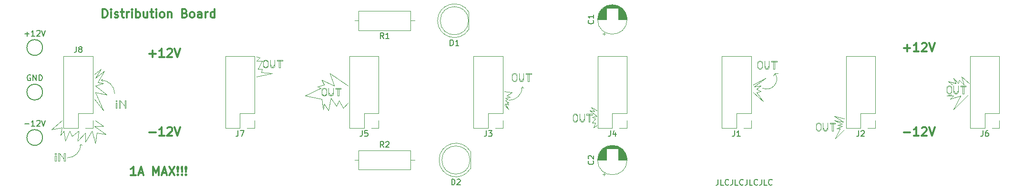
<source format=gto>
G04 #@! TF.GenerationSoftware,KiCad,Pcbnew,(5.1.9)-1*
G04 #@! TF.CreationDate,2021-10-01T15:00:59+02:00*
G04 #@! TF.ProjectId,Distrib,44697374-7269-4622-9e6b-696361645f70,rev?*
G04 #@! TF.SameCoordinates,Original*
G04 #@! TF.FileFunction,Legend,Top*
G04 #@! TF.FilePolarity,Positive*
%FSLAX46Y46*%
G04 Gerber Fmt 4.6, Leading zero omitted, Abs format (unit mm)*
G04 Created by KiCad (PCBNEW (5.1.9)-1) date 2021-10-01 15:00:59*
%MOMM*%
%LPD*%
G01*
G04 APERTURE LIST*
%ADD10C,0.120000*%
%ADD11C,0.300000*%
%ADD12C,0.150000*%
%ADD13C,2.000000*%
%ADD14O,1.600000X1.600000*%
%ADD15C,1.600000*%
%ADD16O,1.700000X1.700000*%
%ADD17R,1.700000X1.700000*%
%ADD18C,1.800000*%
%ADD19R,1.800000X1.800000*%
%ADD20R,1.600000X1.600000*%
G04 APERTURE END LIST*
D10*
X184400000Y-72600000D02*
X182600000Y-71000000D01*
X183200000Y-71000000D02*
X184400000Y-72600000D01*
X184000000Y-70800000D02*
X183200000Y-71000000D01*
X183200000Y-70400000D02*
X184000000Y-70800000D01*
X184000000Y-69800000D02*
X183200000Y-70400000D01*
X182800000Y-70000000D02*
X184000000Y-69800000D01*
X184800000Y-68400000D02*
X182800000Y-70000000D01*
X182600000Y-69600000D02*
X184800000Y-68400000D01*
X186488414Y-67607718D02*
X187000000Y-67600000D01*
X186488414Y-67607718D02*
X186200000Y-68000000D01*
X186488414Y-67607718D02*
G75*
G02*
X184200000Y-70200000I-1488414J-992282D01*
G01*
X197000000Y-75200000D02*
X198800000Y-75600000D01*
X198600000Y-76200000D02*
X197000000Y-75200000D01*
X197000000Y-76000000D02*
X198600000Y-76200000D01*
X198000000Y-76400000D02*
X197000000Y-76000000D01*
X198400000Y-76600000D02*
X198000000Y-76400000D01*
X197600000Y-76800000D02*
X198400000Y-76600000D01*
X198400000Y-77000000D02*
X197600000Y-76800000D01*
X197400000Y-77400000D02*
X198400000Y-77000000D01*
X198000000Y-77400000D02*
X197400000Y-77400000D01*
X197200000Y-79200000D02*
X198000000Y-77400000D01*
X198800000Y-77600000D02*
X197200000Y-79200000D01*
X217200000Y-69000000D02*
X218000000Y-69600000D01*
X218600000Y-69400000D02*
X217200000Y-69000000D01*
X218200000Y-68400000D02*
X218600000Y-69400000D01*
X219000000Y-69400000D02*
X218200000Y-68400000D01*
X219200000Y-68800000D02*
X219000000Y-69400000D01*
X220000000Y-69600000D02*
X219200000Y-68800000D01*
X219600000Y-68200000D02*
X220000000Y-69600000D01*
X221000000Y-69400000D02*
X219600000Y-68200000D01*
X217000000Y-71600000D02*
X217800000Y-71400000D01*
X218200000Y-71600000D02*
X217000000Y-71600000D01*
X217600000Y-72200000D02*
X218200000Y-71600000D01*
X219400000Y-71600000D02*
X217600000Y-72200000D01*
X218200000Y-74000000D02*
X219400000Y-71600000D01*
X220800000Y-71400000D02*
X218200000Y-74000000D01*
X154200000Y-77200000D02*
X154800000Y-76800000D01*
X154600000Y-76400000D02*
X154200000Y-77200000D01*
X154000000Y-76400000D02*
X154600000Y-76400000D01*
X154600000Y-75600000D02*
X154000000Y-76400000D01*
X154000000Y-75400000D02*
X154600000Y-75600000D01*
X154800000Y-75200000D02*
X154000000Y-75400000D01*
X153600000Y-74200000D02*
X154800000Y-75200000D01*
X154400000Y-74400000D02*
X153600000Y-74200000D01*
X153800000Y-73600000D02*
X154400000Y-74400000D01*
X154800000Y-74200000D02*
X153800000Y-73600000D01*
X139800000Y-71000000D02*
X138400000Y-70800000D01*
X138800000Y-71600000D02*
X139800000Y-71000000D01*
X139400000Y-71800000D02*
X138800000Y-71600000D01*
X138600000Y-72000000D02*
X139400000Y-71800000D01*
X139000000Y-72200000D02*
X138600000Y-72000000D01*
X138600000Y-72400000D02*
X139000000Y-72200000D01*
X139200000Y-72800000D02*
X138600000Y-72400000D01*
X138800000Y-72800000D02*
X139200000Y-72800000D01*
X139200000Y-73200000D02*
X138800000Y-72800000D01*
X138600000Y-73000000D02*
X139200000Y-73200000D01*
X139200000Y-74000000D02*
X138600000Y-73000000D01*
X138400000Y-73200000D02*
X139200000Y-74000000D01*
X141600000Y-70000000D02*
X141400000Y-70200000D01*
X141600000Y-70000000D02*
X141800000Y-70200000D01*
X141600000Y-70000000D02*
G75*
G02*
X139200000Y-72400000I-2400000J0D01*
G01*
X109800000Y-73800000D02*
X110600000Y-72800000D01*
X109000000Y-72400000D02*
X109800000Y-73800000D01*
X108600000Y-73400000D02*
X109000000Y-72400000D01*
X107600000Y-72000000D02*
X108600000Y-73400000D01*
X107200000Y-74200000D02*
X107600000Y-72000000D01*
X106400000Y-73000000D02*
X107200000Y-74200000D01*
X106200000Y-74000000D02*
X106400000Y-73000000D01*
X106000000Y-72200000D02*
X106200000Y-74000000D01*
X103000000Y-71600000D02*
X106000000Y-72200000D01*
X105800000Y-70200000D02*
X103000000Y-71600000D01*
X105200000Y-70000000D02*
X105800000Y-70200000D01*
X106400000Y-69600000D02*
X105200000Y-70000000D01*
X106000000Y-68800000D02*
X106400000Y-69600000D01*
X108200000Y-69800000D02*
X106000000Y-68800000D01*
X107400000Y-67600000D02*
X108200000Y-69800000D01*
X110600000Y-69800000D02*
X107400000Y-67600000D01*
X95000000Y-64800000D02*
X94400000Y-64600000D01*
X94400000Y-65400000D02*
X95000000Y-64800000D01*
X95400000Y-65400000D02*
X94400000Y-65400000D01*
X94600000Y-66800000D02*
X95400000Y-65400000D01*
X95400000Y-66800000D02*
X94600000Y-66800000D01*
X95200000Y-67400000D02*
X95400000Y-66800000D01*
X97200000Y-67600000D02*
X95200000Y-67400000D01*
X94400000Y-68200000D02*
X97200000Y-67600000D01*
X219000000Y-70600000D02*
X218600000Y-71200000D01*
X217600000Y-71200000D02*
X217800000Y-71000000D01*
X219000000Y-71000000D02*
X219000000Y-69800000D01*
X217400000Y-71200000D02*
X217000000Y-70800000D01*
X217000000Y-70200000D02*
X217400000Y-69800000D01*
X218800000Y-71200000D02*
X219000000Y-71000000D01*
X218600000Y-71200000D02*
X218200000Y-70600000D01*
X218400000Y-71200000D02*
X218800000Y-71200000D01*
X217800000Y-71000000D02*
X217800000Y-70000000D01*
X218200000Y-69800000D02*
X218200000Y-71000000D01*
X217800000Y-70800000D02*
X217400000Y-71200000D01*
X217800000Y-70200000D02*
X217400000Y-69800000D01*
X217200000Y-69800000D02*
X217000000Y-70000000D01*
X217800000Y-70000000D02*
X217600000Y-69800000D01*
X217600000Y-69800000D02*
X217200000Y-69800000D01*
X217000000Y-70000000D02*
X217000000Y-71000000D01*
X219800000Y-69800000D02*
X219800000Y-71200000D01*
X220400000Y-70000000D02*
X219400000Y-70000000D01*
X220400000Y-69800000D02*
X220400000Y-70000000D01*
X218200000Y-71000000D02*
X218400000Y-71200000D01*
X217200000Y-71200000D02*
X217600000Y-71200000D01*
X217000000Y-71000000D02*
X217200000Y-71200000D01*
X219400000Y-69800000D02*
X220400000Y-69800000D01*
X219400000Y-70000000D02*
X219400000Y-69800000D01*
X220000000Y-71200000D02*
X220000000Y-69800000D01*
X219800000Y-71200000D02*
X220000000Y-71200000D01*
X195800000Y-77200000D02*
X195400000Y-77800000D01*
X194400000Y-77800000D02*
X194600000Y-77600000D01*
X195800000Y-77600000D02*
X195800000Y-76400000D01*
X194200000Y-77800000D02*
X193800000Y-77400000D01*
X193800000Y-76800000D02*
X194200000Y-76400000D01*
X195600000Y-77800000D02*
X195800000Y-77600000D01*
X195400000Y-77800000D02*
X195000000Y-77200000D01*
X195200000Y-77800000D02*
X195600000Y-77800000D01*
X194600000Y-77600000D02*
X194600000Y-76600000D01*
X195000000Y-76400000D02*
X195000000Y-77600000D01*
X194600000Y-77400000D02*
X194200000Y-77800000D01*
X194600000Y-76800000D02*
X194200000Y-76400000D01*
X194000000Y-76400000D02*
X193800000Y-76600000D01*
X194600000Y-76600000D02*
X194400000Y-76400000D01*
X194400000Y-76400000D02*
X194000000Y-76400000D01*
X193800000Y-76600000D02*
X193800000Y-77600000D01*
X196600000Y-76400000D02*
X196600000Y-77800000D01*
X197200000Y-76600000D02*
X196200000Y-76600000D01*
X197200000Y-76400000D02*
X197200000Y-76600000D01*
X195000000Y-77600000D02*
X195200000Y-77800000D01*
X194000000Y-77800000D02*
X194400000Y-77800000D01*
X193800000Y-77600000D02*
X194000000Y-77800000D01*
X196200000Y-76400000D02*
X197200000Y-76400000D01*
X196200000Y-76600000D02*
X196200000Y-76400000D01*
X196800000Y-77800000D02*
X196800000Y-76400000D01*
X196600000Y-77800000D02*
X196800000Y-77800000D01*
X185400000Y-66200000D02*
X185000000Y-66800000D01*
X184000000Y-66800000D02*
X184200000Y-66600000D01*
X185400000Y-66600000D02*
X185400000Y-65400000D01*
X183800000Y-66800000D02*
X183400000Y-66400000D01*
X183400000Y-65800000D02*
X183800000Y-65400000D01*
X185200000Y-66800000D02*
X185400000Y-66600000D01*
X185000000Y-66800000D02*
X184600000Y-66200000D01*
X184800000Y-66800000D02*
X185200000Y-66800000D01*
X184200000Y-66600000D02*
X184200000Y-65600000D01*
X184600000Y-65400000D02*
X184600000Y-66600000D01*
X184200000Y-66400000D02*
X183800000Y-66800000D01*
X184200000Y-65800000D02*
X183800000Y-65400000D01*
X183600000Y-65400000D02*
X183400000Y-65600000D01*
X184200000Y-65600000D02*
X184000000Y-65400000D01*
X184000000Y-65400000D02*
X183600000Y-65400000D01*
X183400000Y-65600000D02*
X183400000Y-66600000D01*
X186200000Y-65400000D02*
X186200000Y-66800000D01*
X186800000Y-65600000D02*
X185800000Y-65600000D01*
X186800000Y-65400000D02*
X186800000Y-65600000D01*
X184600000Y-66600000D02*
X184800000Y-66800000D01*
X183600000Y-66800000D02*
X184000000Y-66800000D01*
X183400000Y-66600000D02*
X183600000Y-66800000D01*
X185800000Y-65400000D02*
X186800000Y-65400000D01*
X185800000Y-65600000D02*
X185800000Y-65400000D01*
X186400000Y-66800000D02*
X186400000Y-65400000D01*
X186200000Y-66800000D02*
X186400000Y-66800000D01*
X152600000Y-75600000D02*
X152200000Y-76200000D01*
X151200000Y-76200000D02*
X151400000Y-76000000D01*
X152600000Y-76000000D02*
X152600000Y-74800000D01*
X151000000Y-76200000D02*
X150600000Y-75800000D01*
X150600000Y-75200000D02*
X151000000Y-74800000D01*
X152400000Y-76200000D02*
X152600000Y-76000000D01*
X152200000Y-76200000D02*
X151800000Y-75600000D01*
X152000000Y-76200000D02*
X152400000Y-76200000D01*
X151400000Y-76000000D02*
X151400000Y-75000000D01*
X151800000Y-74800000D02*
X151800000Y-76000000D01*
X151400000Y-75800000D02*
X151000000Y-76200000D01*
X151400000Y-75200000D02*
X151000000Y-74800000D01*
X150800000Y-74800000D02*
X150600000Y-75000000D01*
X151400000Y-75000000D02*
X151200000Y-74800000D01*
X151200000Y-74800000D02*
X150800000Y-74800000D01*
X150600000Y-75000000D02*
X150600000Y-76000000D01*
X153400000Y-74800000D02*
X153400000Y-76200000D01*
X154000000Y-75000000D02*
X153000000Y-75000000D01*
X154000000Y-74800000D02*
X154000000Y-75000000D01*
X151800000Y-76000000D02*
X152000000Y-76200000D01*
X150800000Y-76200000D02*
X151200000Y-76200000D01*
X150600000Y-76000000D02*
X150800000Y-76200000D01*
X153000000Y-74800000D02*
X154000000Y-74800000D01*
X153000000Y-75000000D02*
X153000000Y-74800000D01*
X153600000Y-76200000D02*
X153600000Y-74800000D01*
X153400000Y-76200000D02*
X153600000Y-76200000D01*
X141800000Y-68400000D02*
X141400000Y-69000000D01*
X140400000Y-69000000D02*
X140600000Y-68800000D01*
X141800000Y-68800000D02*
X141800000Y-67600000D01*
X140200000Y-69000000D02*
X139800000Y-68600000D01*
X139800000Y-68000000D02*
X140200000Y-67600000D01*
X141600000Y-69000000D02*
X141800000Y-68800000D01*
X141400000Y-69000000D02*
X141000000Y-68400000D01*
X141200000Y-69000000D02*
X141600000Y-69000000D01*
X140600000Y-68800000D02*
X140600000Y-67800000D01*
X141000000Y-67600000D02*
X141000000Y-68800000D01*
X140600000Y-68600000D02*
X140200000Y-69000000D01*
X140600000Y-68000000D02*
X140200000Y-67600000D01*
X140000000Y-67600000D02*
X139800000Y-67800000D01*
X140600000Y-67800000D02*
X140400000Y-67600000D01*
X140400000Y-67600000D02*
X140000000Y-67600000D01*
X139800000Y-67800000D02*
X139800000Y-68800000D01*
X142600000Y-67600000D02*
X142600000Y-69000000D01*
X143200000Y-67800000D02*
X142200000Y-67800000D01*
X143200000Y-67600000D02*
X143200000Y-67800000D01*
X141000000Y-68800000D02*
X141200000Y-69000000D01*
X140000000Y-69000000D02*
X140400000Y-69000000D01*
X139800000Y-68800000D02*
X140000000Y-69000000D01*
X142200000Y-67600000D02*
X143200000Y-67600000D01*
X142200000Y-67800000D02*
X142200000Y-67600000D01*
X142800000Y-69000000D02*
X142800000Y-67600000D01*
X142600000Y-69000000D02*
X142800000Y-69000000D01*
X108000000Y-71000000D02*
X107600000Y-71600000D01*
X106600000Y-71600000D02*
X106800000Y-71400000D01*
X108000000Y-71400000D02*
X108000000Y-70200000D01*
X106400000Y-71600000D02*
X106000000Y-71200000D01*
X106000000Y-70600000D02*
X106400000Y-70200000D01*
X107800000Y-71600000D02*
X108000000Y-71400000D01*
X107600000Y-71600000D02*
X107200000Y-71000000D01*
X107400000Y-71600000D02*
X107800000Y-71600000D01*
X106800000Y-71400000D02*
X106800000Y-70400000D01*
X107200000Y-70200000D02*
X107200000Y-71400000D01*
X106800000Y-71200000D02*
X106400000Y-71600000D01*
X106800000Y-70600000D02*
X106400000Y-70200000D01*
X106200000Y-70200000D02*
X106000000Y-70400000D01*
X106800000Y-70400000D02*
X106600000Y-70200000D01*
X106600000Y-70200000D02*
X106200000Y-70200000D01*
X106000000Y-70400000D02*
X106000000Y-71400000D01*
X108800000Y-70200000D02*
X108800000Y-71600000D01*
X109400000Y-70400000D02*
X108400000Y-70400000D01*
X109400000Y-70200000D02*
X109400000Y-70400000D01*
X107200000Y-71400000D02*
X107400000Y-71600000D01*
X106200000Y-71600000D02*
X106600000Y-71600000D01*
X106000000Y-71400000D02*
X106200000Y-71600000D01*
X108400000Y-70200000D02*
X109400000Y-70200000D01*
X108400000Y-70400000D02*
X108400000Y-70200000D01*
X109000000Y-71600000D02*
X109000000Y-70200000D01*
X108800000Y-71600000D02*
X109000000Y-71600000D01*
X98600000Y-66600000D02*
X98600000Y-65200000D01*
X98400000Y-66600000D02*
X98600000Y-66600000D01*
X98400000Y-65200000D02*
X98400000Y-66600000D01*
X98000000Y-65400000D02*
X98000000Y-65200000D01*
X99000000Y-65400000D02*
X98000000Y-65400000D01*
X99000000Y-65200000D02*
X99000000Y-65400000D01*
X98000000Y-65200000D02*
X99000000Y-65200000D01*
X97200000Y-66600000D02*
X96800000Y-66000000D01*
X97600000Y-66000000D02*
X97200000Y-66600000D01*
X97600000Y-66400000D02*
X97600000Y-65200000D01*
X97400000Y-66600000D02*
X97600000Y-66400000D01*
X97000000Y-66600000D02*
X97400000Y-66600000D01*
X96800000Y-66400000D02*
X97000000Y-66600000D01*
X96800000Y-65200000D02*
X96800000Y-66400000D01*
X96000000Y-66600000D02*
X95600000Y-66200000D01*
X96400000Y-66200000D02*
X96000000Y-66600000D01*
X96400000Y-65600000D02*
X96000000Y-65200000D01*
X95600000Y-65600000D02*
X96000000Y-65200000D01*
X95800000Y-65200000D02*
X95600000Y-65400000D01*
X96200000Y-65200000D02*
X95800000Y-65200000D01*
X96400000Y-65400000D02*
X96200000Y-65200000D01*
X96400000Y-66400000D02*
X96400000Y-65400000D01*
X96200000Y-66600000D02*
X96400000Y-66400000D01*
X95800000Y-66600000D02*
X96200000Y-66600000D01*
X95600000Y-66400000D02*
X95800000Y-66600000D01*
X95600000Y-65400000D02*
X95600000Y-66400000D01*
X66800000Y-66800000D02*
X65600000Y-67800000D01*
X65800000Y-68400000D02*
X66800000Y-66800000D01*
X67400000Y-67200000D02*
X65800000Y-68400000D01*
X66200000Y-69200000D02*
X67400000Y-67200000D01*
X67200000Y-69400000D02*
X66200000Y-69200000D01*
X65800000Y-69800000D02*
X67200000Y-69400000D01*
X67800000Y-71400000D02*
X65800000Y-69800000D01*
X65800000Y-71000000D02*
X67800000Y-71400000D01*
X67200000Y-74200000D02*
X65800000Y-71000000D01*
X65600000Y-72200000D02*
X67200000Y-74200000D01*
X58800000Y-82000000D02*
X58800000Y-81800000D01*
X58600000Y-81800000D02*
X58600000Y-82000000D01*
X58800000Y-81800000D02*
X58600000Y-81800000D01*
X58600000Y-82000000D02*
X58800000Y-82000000D01*
X58800000Y-83200000D02*
X58800000Y-82200000D01*
X58600000Y-82200000D02*
X58600000Y-83200000D01*
X58600000Y-83200000D02*
X58800000Y-83200000D01*
X58800000Y-82200000D02*
X58600000Y-82200000D01*
X69400000Y-72400000D02*
X69400000Y-72600000D01*
X69600000Y-72400000D02*
X69400000Y-72400000D01*
X69600000Y-72600000D02*
X69600000Y-72400000D01*
X69400000Y-72600000D02*
X69600000Y-72600000D01*
X70200000Y-72400000D02*
X70000000Y-72400000D01*
X71200000Y-72400000D02*
X71000000Y-72400000D01*
X71000000Y-73800000D02*
X71200000Y-73800000D01*
X70200000Y-73800000D02*
X70200000Y-72400000D01*
X69400000Y-73800000D02*
X69600000Y-73800000D01*
X70200000Y-72400000D02*
X71000000Y-73400000D01*
X71000000Y-72400000D02*
X71000000Y-73800000D01*
X71200000Y-73800000D02*
X71200000Y-72400000D01*
X70000000Y-72400000D02*
X70000000Y-73800000D01*
X70000000Y-73800000D02*
X70200000Y-73800000D01*
X69400000Y-72800000D02*
X69400000Y-73800000D01*
X69600000Y-72800000D02*
X69400000Y-72800000D01*
X69600000Y-73800000D02*
X69600000Y-72800000D01*
X66800000Y-68800000D02*
X67000000Y-69000000D01*
X66800000Y-68800000D02*
X67000000Y-68600000D01*
X66800000Y-68800000D02*
G75*
G02*
X69200000Y-71200000I0J-2400000D01*
G01*
X58000000Y-77600000D02*
X59800000Y-76000000D01*
X59800000Y-77200000D02*
X58000000Y-77600000D01*
X67200000Y-77000000D02*
X65800000Y-76000000D01*
X65600000Y-77000000D02*
X67200000Y-77000000D01*
X67600000Y-78400000D02*
X65600000Y-77000000D01*
X66000000Y-78200000D02*
X67600000Y-78400000D01*
X59600000Y-78600000D02*
X59800000Y-77200000D01*
X60200000Y-77800000D02*
X59600000Y-78600000D01*
X60400000Y-79600000D02*
X60200000Y-77800000D01*
X61200000Y-77800000D02*
X60400000Y-79600000D01*
X61600000Y-78800000D02*
X61200000Y-77800000D01*
X62800000Y-77800000D02*
X61600000Y-78800000D01*
X62600000Y-79600000D02*
X62800000Y-77800000D01*
X64000000Y-78200000D02*
X62600000Y-79600000D01*
X64000000Y-79800000D02*
X64000000Y-78200000D01*
X65200000Y-77800000D02*
X64000000Y-79800000D01*
X65800000Y-80000000D02*
X65200000Y-77800000D01*
X66000000Y-78200000D02*
X65800000Y-80000000D01*
X63200000Y-80200000D02*
X63000000Y-80400000D01*
X63200000Y-80200000D02*
X63400000Y-80400000D01*
X63200000Y-80200000D02*
G75*
G02*
X60800000Y-82600000I-2400000J0D01*
G01*
X60200000Y-81800000D02*
X60200000Y-83200000D01*
X60400000Y-81800000D02*
X60200000Y-81800000D01*
X60400000Y-83200000D02*
X60400000Y-81800000D01*
X60200000Y-83200000D02*
X60400000Y-83200000D01*
X59400000Y-81800000D02*
X60200000Y-82800000D01*
X59400000Y-81800000D02*
X59200000Y-81800000D01*
X59400000Y-83200000D02*
X59400000Y-81800000D01*
X59200000Y-83200000D02*
X59400000Y-83200000D01*
X59200000Y-81800000D02*
X59200000Y-83200000D01*
D11*
X209357142Y-78107142D02*
X210500000Y-78107142D01*
X212000000Y-78678571D02*
X211142857Y-78678571D01*
X211571428Y-78678571D02*
X211571428Y-77178571D01*
X211428571Y-77392857D01*
X211285714Y-77535714D01*
X211142857Y-77607142D01*
X212571428Y-77321428D02*
X212642857Y-77250000D01*
X212785714Y-77178571D01*
X213142857Y-77178571D01*
X213285714Y-77250000D01*
X213357142Y-77321428D01*
X213428571Y-77464285D01*
X213428571Y-77607142D01*
X213357142Y-77821428D01*
X212500000Y-78678571D01*
X213428571Y-78678571D01*
X213857142Y-77178571D02*
X214357142Y-78678571D01*
X214857142Y-77178571D01*
X75357142Y-78107142D02*
X76500000Y-78107142D01*
X78000000Y-78678571D02*
X77142857Y-78678571D01*
X77571428Y-78678571D02*
X77571428Y-77178571D01*
X77428571Y-77392857D01*
X77285714Y-77535714D01*
X77142857Y-77607142D01*
X78571428Y-77321428D02*
X78642857Y-77250000D01*
X78785714Y-77178571D01*
X79142857Y-77178571D01*
X79285714Y-77250000D01*
X79357142Y-77321428D01*
X79428571Y-77464285D01*
X79428571Y-77607142D01*
X79357142Y-77821428D01*
X78500000Y-78678571D01*
X79428571Y-78678571D01*
X79857142Y-77178571D02*
X80357142Y-78678571D01*
X80857142Y-77178571D01*
X209357142Y-63107142D02*
X210500000Y-63107142D01*
X209928571Y-63678571D02*
X209928571Y-62535714D01*
X212000000Y-63678571D02*
X211142857Y-63678571D01*
X211571428Y-63678571D02*
X211571428Y-62178571D01*
X211428571Y-62392857D01*
X211285714Y-62535714D01*
X211142857Y-62607142D01*
X212571428Y-62321428D02*
X212642857Y-62250000D01*
X212785714Y-62178571D01*
X213142857Y-62178571D01*
X213285714Y-62250000D01*
X213357142Y-62321428D01*
X213428571Y-62464285D01*
X213428571Y-62607142D01*
X213357142Y-62821428D01*
X212500000Y-63678571D01*
X213428571Y-63678571D01*
X213857142Y-62178571D02*
X214357142Y-63678571D01*
X214857142Y-62178571D01*
X75357142Y-64107142D02*
X76500000Y-64107142D01*
X75928571Y-64678571D02*
X75928571Y-63535714D01*
X78000000Y-64678571D02*
X77142857Y-64678571D01*
X77571428Y-64678571D02*
X77571428Y-63178571D01*
X77428571Y-63392857D01*
X77285714Y-63535714D01*
X77142857Y-63607142D01*
X78571428Y-63321428D02*
X78642857Y-63250000D01*
X78785714Y-63178571D01*
X79142857Y-63178571D01*
X79285714Y-63250000D01*
X79357142Y-63321428D01*
X79428571Y-63464285D01*
X79428571Y-63607142D01*
X79357142Y-63821428D01*
X78500000Y-64678571D01*
X79428571Y-64678571D01*
X79857142Y-63178571D02*
X80357142Y-64678571D01*
X80857142Y-63178571D01*
X72928571Y-85678571D02*
X72071428Y-85678571D01*
X72500000Y-85678571D02*
X72500000Y-84178571D01*
X72357142Y-84392857D01*
X72214285Y-84535714D01*
X72071428Y-84607142D01*
X73500000Y-85250000D02*
X74214285Y-85250000D01*
X73357142Y-85678571D02*
X73857142Y-84178571D01*
X74357142Y-85678571D01*
X76000000Y-85678571D02*
X76000000Y-84178571D01*
X76500000Y-85250000D01*
X77000000Y-84178571D01*
X77000000Y-85678571D01*
X77642857Y-85250000D02*
X78357142Y-85250000D01*
X77500000Y-85678571D02*
X78000000Y-84178571D01*
X78500000Y-85678571D01*
X78857142Y-84178571D02*
X79857142Y-85678571D01*
X79857142Y-84178571D02*
X78857142Y-85678571D01*
X80428571Y-85535714D02*
X80500000Y-85607142D01*
X80428571Y-85678571D01*
X80357142Y-85607142D01*
X80428571Y-85535714D01*
X80428571Y-85678571D01*
X80428571Y-85107142D02*
X80357142Y-84250000D01*
X80428571Y-84178571D01*
X80500000Y-84250000D01*
X80428571Y-85107142D01*
X80428571Y-84178571D01*
X81142857Y-85535714D02*
X81214285Y-85607142D01*
X81142857Y-85678571D01*
X81071428Y-85607142D01*
X81142857Y-85535714D01*
X81142857Y-85678571D01*
X81142857Y-85107142D02*
X81071428Y-84250000D01*
X81142857Y-84178571D01*
X81214285Y-84250000D01*
X81142857Y-85107142D01*
X81142857Y-84178571D01*
X81857142Y-85535714D02*
X81928571Y-85607142D01*
X81857142Y-85678571D01*
X81785714Y-85607142D01*
X81857142Y-85535714D01*
X81857142Y-85678571D01*
X81857142Y-85107142D02*
X81785714Y-84250000D01*
X81857142Y-84178571D01*
X81928571Y-84250000D01*
X81857142Y-85107142D01*
X81857142Y-84178571D01*
X67071428Y-57678571D02*
X67071428Y-56178571D01*
X67428571Y-56178571D01*
X67642857Y-56250000D01*
X67785714Y-56392857D01*
X67857142Y-56535714D01*
X67928571Y-56821428D01*
X67928571Y-57035714D01*
X67857142Y-57321428D01*
X67785714Y-57464285D01*
X67642857Y-57607142D01*
X67428571Y-57678571D01*
X67071428Y-57678571D01*
X68571428Y-57678571D02*
X68571428Y-56678571D01*
X68571428Y-56178571D02*
X68500000Y-56250000D01*
X68571428Y-56321428D01*
X68642857Y-56250000D01*
X68571428Y-56178571D01*
X68571428Y-56321428D01*
X69214285Y-57607142D02*
X69357142Y-57678571D01*
X69642857Y-57678571D01*
X69785714Y-57607142D01*
X69857142Y-57464285D01*
X69857142Y-57392857D01*
X69785714Y-57250000D01*
X69642857Y-57178571D01*
X69428571Y-57178571D01*
X69285714Y-57107142D01*
X69214285Y-56964285D01*
X69214285Y-56892857D01*
X69285714Y-56750000D01*
X69428571Y-56678571D01*
X69642857Y-56678571D01*
X69785714Y-56750000D01*
X70285714Y-56678571D02*
X70857142Y-56678571D01*
X70500000Y-56178571D02*
X70500000Y-57464285D01*
X70571428Y-57607142D01*
X70714285Y-57678571D01*
X70857142Y-57678571D01*
X71357142Y-57678571D02*
X71357142Y-56678571D01*
X71357142Y-56964285D02*
X71428571Y-56821428D01*
X71500000Y-56750000D01*
X71642857Y-56678571D01*
X71785714Y-56678571D01*
X72285714Y-57678571D02*
X72285714Y-56678571D01*
X72285714Y-56178571D02*
X72214285Y-56250000D01*
X72285714Y-56321428D01*
X72357142Y-56250000D01*
X72285714Y-56178571D01*
X72285714Y-56321428D01*
X73000000Y-57678571D02*
X73000000Y-56178571D01*
X73000000Y-56750000D02*
X73142857Y-56678571D01*
X73428571Y-56678571D01*
X73571428Y-56750000D01*
X73642857Y-56821428D01*
X73714285Y-56964285D01*
X73714285Y-57392857D01*
X73642857Y-57535714D01*
X73571428Y-57607142D01*
X73428571Y-57678571D01*
X73142857Y-57678571D01*
X73000000Y-57607142D01*
X75000000Y-56678571D02*
X75000000Y-57678571D01*
X74357142Y-56678571D02*
X74357142Y-57464285D01*
X74428571Y-57607142D01*
X74571428Y-57678571D01*
X74785714Y-57678571D01*
X74928571Y-57607142D01*
X75000000Y-57535714D01*
X75500000Y-56678571D02*
X76071428Y-56678571D01*
X75714285Y-56178571D02*
X75714285Y-57464285D01*
X75785714Y-57607142D01*
X75928571Y-57678571D01*
X76071428Y-57678571D01*
X76571428Y-57678571D02*
X76571428Y-56678571D01*
X76571428Y-56178571D02*
X76500000Y-56250000D01*
X76571428Y-56321428D01*
X76642857Y-56250000D01*
X76571428Y-56178571D01*
X76571428Y-56321428D01*
X77500000Y-57678571D02*
X77357142Y-57607142D01*
X77285714Y-57535714D01*
X77214285Y-57392857D01*
X77214285Y-56964285D01*
X77285714Y-56821428D01*
X77357142Y-56750000D01*
X77500000Y-56678571D01*
X77714285Y-56678571D01*
X77857142Y-56750000D01*
X77928571Y-56821428D01*
X78000000Y-56964285D01*
X78000000Y-57392857D01*
X77928571Y-57535714D01*
X77857142Y-57607142D01*
X77714285Y-57678571D01*
X77500000Y-57678571D01*
X78642857Y-56678571D02*
X78642857Y-57678571D01*
X78642857Y-56821428D02*
X78714285Y-56750000D01*
X78857142Y-56678571D01*
X79071428Y-56678571D01*
X79214285Y-56750000D01*
X79285714Y-56892857D01*
X79285714Y-57678571D01*
X81642857Y-56892857D02*
X81857142Y-56964285D01*
X81928571Y-57035714D01*
X82000000Y-57178571D01*
X82000000Y-57392857D01*
X81928571Y-57535714D01*
X81857142Y-57607142D01*
X81714285Y-57678571D01*
X81142857Y-57678571D01*
X81142857Y-56178571D01*
X81642857Y-56178571D01*
X81785714Y-56250000D01*
X81857142Y-56321428D01*
X81928571Y-56464285D01*
X81928571Y-56607142D01*
X81857142Y-56750000D01*
X81785714Y-56821428D01*
X81642857Y-56892857D01*
X81142857Y-56892857D01*
X82857142Y-57678571D02*
X82714285Y-57607142D01*
X82642857Y-57535714D01*
X82571428Y-57392857D01*
X82571428Y-56964285D01*
X82642857Y-56821428D01*
X82714285Y-56750000D01*
X82857142Y-56678571D01*
X83071428Y-56678571D01*
X83214285Y-56750000D01*
X83285714Y-56821428D01*
X83357142Y-56964285D01*
X83357142Y-57392857D01*
X83285714Y-57535714D01*
X83214285Y-57607142D01*
X83071428Y-57678571D01*
X82857142Y-57678571D01*
X84642857Y-57678571D02*
X84642857Y-56892857D01*
X84571428Y-56750000D01*
X84428571Y-56678571D01*
X84142857Y-56678571D01*
X84000000Y-56750000D01*
X84642857Y-57607142D02*
X84500000Y-57678571D01*
X84142857Y-57678571D01*
X84000000Y-57607142D01*
X83928571Y-57464285D01*
X83928571Y-57321428D01*
X84000000Y-57178571D01*
X84142857Y-57107142D01*
X84500000Y-57107142D01*
X84642857Y-57035714D01*
X85357142Y-57678571D02*
X85357142Y-56678571D01*
X85357142Y-56964285D02*
X85428571Y-56821428D01*
X85500000Y-56750000D01*
X85642857Y-56678571D01*
X85785714Y-56678571D01*
X86928571Y-57678571D02*
X86928571Y-56178571D01*
X86928571Y-57607142D02*
X86785714Y-57678571D01*
X86500000Y-57678571D01*
X86357142Y-57607142D01*
X86285714Y-57535714D01*
X86214285Y-57392857D01*
X86214285Y-56964285D01*
X86285714Y-56821428D01*
X86357142Y-56750000D01*
X86500000Y-56678571D01*
X86785714Y-56678571D01*
X86928571Y-56750000D01*
D12*
X176380952Y-86452380D02*
X176380952Y-87166666D01*
X176333333Y-87309523D01*
X176238095Y-87404761D01*
X176095238Y-87452380D01*
X176000000Y-87452380D01*
X177333333Y-87452380D02*
X176857142Y-87452380D01*
X176857142Y-86452380D01*
X178238095Y-87357142D02*
X178190476Y-87404761D01*
X178047619Y-87452380D01*
X177952380Y-87452380D01*
X177809523Y-87404761D01*
X177714285Y-87309523D01*
X177666666Y-87214285D01*
X177619047Y-87023809D01*
X177619047Y-86880952D01*
X177666666Y-86690476D01*
X177714285Y-86595238D01*
X177809523Y-86500000D01*
X177952380Y-86452380D01*
X178047619Y-86452380D01*
X178190476Y-86500000D01*
X178238095Y-86547619D01*
X178952380Y-86452380D02*
X178952380Y-87166666D01*
X178904761Y-87309523D01*
X178809523Y-87404761D01*
X178666666Y-87452380D01*
X178571428Y-87452380D01*
X179904761Y-87452380D02*
X179428571Y-87452380D01*
X179428571Y-86452380D01*
X180809523Y-87357142D02*
X180761904Y-87404761D01*
X180619047Y-87452380D01*
X180523809Y-87452380D01*
X180380952Y-87404761D01*
X180285714Y-87309523D01*
X180238095Y-87214285D01*
X180190476Y-87023809D01*
X180190476Y-86880952D01*
X180238095Y-86690476D01*
X180285714Y-86595238D01*
X180380952Y-86500000D01*
X180523809Y-86452380D01*
X180619047Y-86452380D01*
X180761904Y-86500000D01*
X180809523Y-86547619D01*
X181523809Y-86452380D02*
X181523809Y-87166666D01*
X181476190Y-87309523D01*
X181380952Y-87404761D01*
X181238095Y-87452380D01*
X181142857Y-87452380D01*
X182476190Y-87452380D02*
X182000000Y-87452380D01*
X182000000Y-86452380D01*
X183380952Y-87357142D02*
X183333333Y-87404761D01*
X183190476Y-87452380D01*
X183095238Y-87452380D01*
X182952380Y-87404761D01*
X182857142Y-87309523D01*
X182809523Y-87214285D01*
X182761904Y-87023809D01*
X182761904Y-86880952D01*
X182809523Y-86690476D01*
X182857142Y-86595238D01*
X182952380Y-86500000D01*
X183095238Y-86452380D01*
X183190476Y-86452380D01*
X183333333Y-86500000D01*
X183380952Y-86547619D01*
X184095238Y-86452380D02*
X184095238Y-87166666D01*
X184047619Y-87309523D01*
X183952380Y-87404761D01*
X183809523Y-87452380D01*
X183714285Y-87452380D01*
X185047619Y-87452380D02*
X184571428Y-87452380D01*
X184571428Y-86452380D01*
X185952380Y-87357142D02*
X185904761Y-87404761D01*
X185761904Y-87452380D01*
X185666666Y-87452380D01*
X185523809Y-87404761D01*
X185428571Y-87309523D01*
X185380952Y-87214285D01*
X185333333Y-87023809D01*
X185333333Y-86880952D01*
X185380952Y-86690476D01*
X185428571Y-86595238D01*
X185523809Y-86500000D01*
X185666666Y-86452380D01*
X185761904Y-86452380D01*
X185904761Y-86500000D01*
X185952380Y-86547619D01*
X56400000Y-79000000D02*
G75*
G03*
X56400000Y-79000000I-1400000J0D01*
G01*
X56400000Y-70925000D02*
G75*
G03*
X56400000Y-70925000I-1400000J0D01*
G01*
X56400000Y-63000000D02*
G75*
G03*
X56400000Y-63000000I-1400000J0D01*
G01*
D10*
X112530000Y-81280000D02*
X112530000Y-84720000D01*
X112530000Y-84720000D02*
X121770000Y-84720000D01*
X121770000Y-84720000D02*
X121770000Y-81280000D01*
X121770000Y-81280000D02*
X112530000Y-81280000D01*
X111840000Y-83000000D02*
X112530000Y-83000000D01*
X122460000Y-83000000D02*
X121770000Y-83000000D01*
X121770000Y-59950000D02*
X121770000Y-56510000D01*
X121770000Y-56510000D02*
X112530000Y-56510000D01*
X112530000Y-56510000D02*
X112530000Y-59950000D01*
X112530000Y-59950000D02*
X121770000Y-59950000D01*
X122460000Y-58230000D02*
X121770000Y-58230000D01*
X111840000Y-58230000D02*
X112530000Y-58230000D01*
X65330000Y-64510000D02*
X60130000Y-64510000D01*
X65330000Y-74730000D02*
X65330000Y-64510000D01*
X60130000Y-77330000D02*
X60130000Y-64510000D01*
X65330000Y-74730000D02*
X62730000Y-74730000D01*
X62730000Y-74730000D02*
X62730000Y-77330000D01*
X62730000Y-77330000D02*
X60130000Y-77330000D01*
X65330000Y-76000000D02*
X65330000Y-77330000D01*
X65330000Y-77330000D02*
X64000000Y-77330000D01*
X94040000Y-64510000D02*
X88840000Y-64510000D01*
X94040000Y-74730000D02*
X94040000Y-64510000D01*
X88840000Y-77330000D02*
X88840000Y-64510000D01*
X94040000Y-74730000D02*
X91440000Y-74730000D01*
X91440000Y-74730000D02*
X91440000Y-77330000D01*
X91440000Y-77330000D02*
X88840000Y-77330000D01*
X94040000Y-76000000D02*
X94040000Y-77330000D01*
X94040000Y-77330000D02*
X92710000Y-77330000D01*
X226330000Y-64510000D02*
X221130000Y-64510000D01*
X226330000Y-74730000D02*
X226330000Y-64510000D01*
X221130000Y-77330000D02*
X221130000Y-64510000D01*
X226330000Y-74730000D02*
X223730000Y-74730000D01*
X223730000Y-74730000D02*
X223730000Y-77330000D01*
X223730000Y-77330000D02*
X221130000Y-77330000D01*
X226330000Y-76000000D02*
X226330000Y-77330000D01*
X226330000Y-77330000D02*
X225000000Y-77330000D01*
X116088333Y-64510000D02*
X110888333Y-64510000D01*
X116088333Y-74730000D02*
X116088333Y-64510000D01*
X110888333Y-77330000D02*
X110888333Y-64510000D01*
X116088333Y-74730000D02*
X113488333Y-74730000D01*
X113488333Y-74730000D02*
X113488333Y-77330000D01*
X113488333Y-77330000D02*
X110888333Y-77330000D01*
X116088333Y-76000000D02*
X116088333Y-77330000D01*
X116088333Y-77330000D02*
X114758333Y-77330000D01*
X160184999Y-64510000D02*
X154984999Y-64510000D01*
X160184999Y-74730000D02*
X160184999Y-64510000D01*
X154984999Y-77330000D02*
X154984999Y-64510000D01*
X160184999Y-74730000D02*
X157584999Y-74730000D01*
X157584999Y-74730000D02*
X157584999Y-77330000D01*
X157584999Y-77330000D02*
X154984999Y-77330000D01*
X160184999Y-76000000D02*
X160184999Y-77330000D01*
X160184999Y-77330000D02*
X158854999Y-77330000D01*
X138136666Y-64510000D02*
X132936666Y-64510000D01*
X138136666Y-74730000D02*
X138136666Y-64510000D01*
X132936666Y-77330000D02*
X132936666Y-64510000D01*
X138136666Y-74730000D02*
X135536666Y-74730000D01*
X135536666Y-74730000D02*
X135536666Y-77330000D01*
X135536666Y-77330000D02*
X132936666Y-77330000D01*
X138136666Y-76000000D02*
X138136666Y-77330000D01*
X138136666Y-77330000D02*
X136806666Y-77330000D01*
X204281665Y-64510000D02*
X199081665Y-64510000D01*
X204281665Y-74730000D02*
X204281665Y-64510000D01*
X199081665Y-77330000D02*
X199081665Y-64510000D01*
X204281665Y-74730000D02*
X201681665Y-74730000D01*
X201681665Y-74730000D02*
X201681665Y-77330000D01*
X201681665Y-77330000D02*
X199081665Y-77330000D01*
X204281665Y-76000000D02*
X204281665Y-77330000D01*
X204281665Y-77330000D02*
X202951665Y-77330000D01*
X182233332Y-64510000D02*
X177033332Y-64510000D01*
X182233332Y-74730000D02*
X182233332Y-64510000D01*
X177033332Y-77330000D02*
X177033332Y-64510000D01*
X182233332Y-74730000D02*
X179633332Y-74730000D01*
X179633332Y-74730000D02*
X179633332Y-77330000D01*
X179633332Y-77330000D02*
X177033332Y-77330000D01*
X182233332Y-76000000D02*
X182233332Y-77330000D01*
X182233332Y-77330000D02*
X180903332Y-77330000D01*
X132360000Y-84545000D02*
X132360000Y-81455000D01*
X132300000Y-83000000D02*
G75*
G03*
X132300000Y-83000000I-2500000J0D01*
G01*
X126810000Y-83000462D02*
G75*
G02*
X132360000Y-81455170I2990000J462D01*
G01*
X126810000Y-82999538D02*
G75*
G03*
X132360000Y-84544830I2990000J-462D01*
G01*
X132090000Y-59775000D02*
X132090000Y-56685000D01*
X132030000Y-58230000D02*
G75*
G03*
X132030000Y-58230000I-2500000J0D01*
G01*
X126540000Y-58230462D02*
G75*
G02*
X132090000Y-56685170I2990000J462D01*
G01*
X126540000Y-58229538D02*
G75*
G03*
X132090000Y-59774830I2990000J-462D01*
G01*
X160199999Y-83000000D02*
G75*
G03*
X160199999Y-83000000I-2620000J0D01*
G01*
X158619999Y-83000000D02*
X160159999Y-83000000D01*
X154999999Y-83000000D02*
X156539999Y-83000000D01*
X158619999Y-82960000D02*
X160159999Y-82960000D01*
X154999999Y-82960000D02*
X156539999Y-82960000D01*
X155000999Y-82920000D02*
X156539999Y-82920000D01*
X158619999Y-82920000D02*
X160158999Y-82920000D01*
X155001999Y-82880000D02*
X156539999Y-82880000D01*
X158619999Y-82880000D02*
X160157999Y-82880000D01*
X155003999Y-82840000D02*
X156539999Y-82840000D01*
X158619999Y-82840000D02*
X160155999Y-82840000D01*
X155006999Y-82800000D02*
X156539999Y-82800000D01*
X158619999Y-82800000D02*
X160152999Y-82800000D01*
X155010999Y-82760000D02*
X156539999Y-82760000D01*
X158619999Y-82760000D02*
X160148999Y-82760000D01*
X155014999Y-82720000D02*
X156539999Y-82720000D01*
X158619999Y-82720000D02*
X160144999Y-82720000D01*
X155018999Y-82680000D02*
X156539999Y-82680000D01*
X158619999Y-82680000D02*
X160140999Y-82680000D01*
X155023999Y-82640000D02*
X156539999Y-82640000D01*
X158619999Y-82640000D02*
X160135999Y-82640000D01*
X155029999Y-82600000D02*
X156539999Y-82600000D01*
X158619999Y-82600000D02*
X160129999Y-82600000D01*
X155036999Y-82560000D02*
X156539999Y-82560000D01*
X158619999Y-82560000D02*
X160122999Y-82560000D01*
X155043999Y-82520000D02*
X156539999Y-82520000D01*
X158619999Y-82520000D02*
X160115999Y-82520000D01*
X155051999Y-82480000D02*
X156539999Y-82480000D01*
X158619999Y-82480000D02*
X160107999Y-82480000D01*
X155059999Y-82440000D02*
X156539999Y-82440000D01*
X158619999Y-82440000D02*
X160099999Y-82440000D01*
X155068999Y-82400000D02*
X156539999Y-82400000D01*
X158619999Y-82400000D02*
X160090999Y-82400000D01*
X155078999Y-82360000D02*
X156539999Y-82360000D01*
X158619999Y-82360000D02*
X160080999Y-82360000D01*
X155088999Y-82320000D02*
X156539999Y-82320000D01*
X158619999Y-82320000D02*
X160070999Y-82320000D01*
X155099999Y-82279000D02*
X156539999Y-82279000D01*
X158619999Y-82279000D02*
X160059999Y-82279000D01*
X155111999Y-82239000D02*
X156539999Y-82239000D01*
X158619999Y-82239000D02*
X160047999Y-82239000D01*
X155124999Y-82199000D02*
X156539999Y-82199000D01*
X158619999Y-82199000D02*
X160034999Y-82199000D01*
X155137999Y-82159000D02*
X156539999Y-82159000D01*
X158619999Y-82159000D02*
X160021999Y-82159000D01*
X155151999Y-82119000D02*
X156539999Y-82119000D01*
X158619999Y-82119000D02*
X160007999Y-82119000D01*
X155165999Y-82079000D02*
X156539999Y-82079000D01*
X158619999Y-82079000D02*
X159993999Y-82079000D01*
X155181999Y-82039000D02*
X156539999Y-82039000D01*
X158619999Y-82039000D02*
X159977999Y-82039000D01*
X155197999Y-81999000D02*
X156539999Y-81999000D01*
X158619999Y-81999000D02*
X159961999Y-81999000D01*
X155214999Y-81959000D02*
X156539999Y-81959000D01*
X158619999Y-81959000D02*
X159944999Y-81959000D01*
X155231999Y-81919000D02*
X156539999Y-81919000D01*
X158619999Y-81919000D02*
X159927999Y-81919000D01*
X155250999Y-81879000D02*
X156539999Y-81879000D01*
X158619999Y-81879000D02*
X159908999Y-81879000D01*
X155269999Y-81839000D02*
X156539999Y-81839000D01*
X158619999Y-81839000D02*
X159889999Y-81839000D01*
X155289999Y-81799000D02*
X156539999Y-81799000D01*
X158619999Y-81799000D02*
X159869999Y-81799000D01*
X155311999Y-81759000D02*
X156539999Y-81759000D01*
X158619999Y-81759000D02*
X159847999Y-81759000D01*
X155332999Y-81719000D02*
X156539999Y-81719000D01*
X158619999Y-81719000D02*
X159826999Y-81719000D01*
X155355999Y-81679000D02*
X156539999Y-81679000D01*
X158619999Y-81679000D02*
X159803999Y-81679000D01*
X155379999Y-81639000D02*
X156539999Y-81639000D01*
X158619999Y-81639000D02*
X159779999Y-81639000D01*
X155404999Y-81599000D02*
X156539999Y-81599000D01*
X158619999Y-81599000D02*
X159754999Y-81599000D01*
X155430999Y-81559000D02*
X156539999Y-81559000D01*
X158619999Y-81559000D02*
X159728999Y-81559000D01*
X155457999Y-81519000D02*
X156539999Y-81519000D01*
X158619999Y-81519000D02*
X159701999Y-81519000D01*
X155484999Y-81479000D02*
X156539999Y-81479000D01*
X158619999Y-81479000D02*
X159674999Y-81479000D01*
X155514999Y-81439000D02*
X156539999Y-81439000D01*
X158619999Y-81439000D02*
X159644999Y-81439000D01*
X155544999Y-81399000D02*
X156539999Y-81399000D01*
X158619999Y-81399000D02*
X159614999Y-81399000D01*
X155575999Y-81359000D02*
X156539999Y-81359000D01*
X158619999Y-81359000D02*
X159583999Y-81359000D01*
X155608999Y-81319000D02*
X156539999Y-81319000D01*
X158619999Y-81319000D02*
X159550999Y-81319000D01*
X155642999Y-81279000D02*
X156539999Y-81279000D01*
X158619999Y-81279000D02*
X159516999Y-81279000D01*
X155678999Y-81239000D02*
X156539999Y-81239000D01*
X158619999Y-81239000D02*
X159480999Y-81239000D01*
X155715999Y-81199000D02*
X156539999Y-81199000D01*
X158619999Y-81199000D02*
X159443999Y-81199000D01*
X155753999Y-81159000D02*
X156539999Y-81159000D01*
X158619999Y-81159000D02*
X159405999Y-81159000D01*
X155794999Y-81119000D02*
X156539999Y-81119000D01*
X158619999Y-81119000D02*
X159364999Y-81119000D01*
X155836999Y-81079000D02*
X156539999Y-81079000D01*
X158619999Y-81079000D02*
X159322999Y-81079000D01*
X155880999Y-81039000D02*
X156539999Y-81039000D01*
X158619999Y-81039000D02*
X159278999Y-81039000D01*
X155926999Y-80999000D02*
X156539999Y-80999000D01*
X158619999Y-80999000D02*
X159232999Y-80999000D01*
X155974999Y-80959000D02*
X159184999Y-80959000D01*
X156025999Y-80919000D02*
X159133999Y-80919000D01*
X156079999Y-80879000D02*
X159079999Y-80879000D01*
X156136999Y-80839000D02*
X159022999Y-80839000D01*
X156196999Y-80799000D02*
X158962999Y-80799000D01*
X156260999Y-80759000D02*
X158898999Y-80759000D01*
X156328999Y-80719000D02*
X158830999Y-80719000D01*
X156401999Y-80679000D02*
X158757999Y-80679000D01*
X156481999Y-80639000D02*
X158677999Y-80639000D01*
X156568999Y-80599000D02*
X158590999Y-80599000D01*
X156664999Y-80559000D02*
X158494999Y-80559000D01*
X156774999Y-80519000D02*
X158384999Y-80519000D01*
X156902999Y-80479000D02*
X158256999Y-80479000D01*
X157061999Y-80439000D02*
X158097999Y-80439000D01*
X157295999Y-80399000D02*
X157863999Y-80399000D01*
X156104999Y-85804775D02*
X156104999Y-85304775D01*
X155854999Y-85554775D02*
X156354999Y-85554775D01*
X160199999Y-58000000D02*
G75*
G03*
X160199999Y-58000000I-2620000J0D01*
G01*
X158619999Y-58000000D02*
X160159999Y-58000000D01*
X154999999Y-58000000D02*
X156539999Y-58000000D01*
X158619999Y-57960000D02*
X160159999Y-57960000D01*
X154999999Y-57960000D02*
X156539999Y-57960000D01*
X155000999Y-57920000D02*
X156539999Y-57920000D01*
X158619999Y-57920000D02*
X160158999Y-57920000D01*
X155001999Y-57880000D02*
X156539999Y-57880000D01*
X158619999Y-57880000D02*
X160157999Y-57880000D01*
X155003999Y-57840000D02*
X156539999Y-57840000D01*
X158619999Y-57840000D02*
X160155999Y-57840000D01*
X155006999Y-57800000D02*
X156539999Y-57800000D01*
X158619999Y-57800000D02*
X160152999Y-57800000D01*
X155010999Y-57760000D02*
X156539999Y-57760000D01*
X158619999Y-57760000D02*
X160148999Y-57760000D01*
X155014999Y-57720000D02*
X156539999Y-57720000D01*
X158619999Y-57720000D02*
X160144999Y-57720000D01*
X155018999Y-57680000D02*
X156539999Y-57680000D01*
X158619999Y-57680000D02*
X160140999Y-57680000D01*
X155023999Y-57640000D02*
X156539999Y-57640000D01*
X158619999Y-57640000D02*
X160135999Y-57640000D01*
X155029999Y-57600000D02*
X156539999Y-57600000D01*
X158619999Y-57600000D02*
X160129999Y-57600000D01*
X155036999Y-57560000D02*
X156539999Y-57560000D01*
X158619999Y-57560000D02*
X160122999Y-57560000D01*
X155043999Y-57520000D02*
X156539999Y-57520000D01*
X158619999Y-57520000D02*
X160115999Y-57520000D01*
X155051999Y-57480000D02*
X156539999Y-57480000D01*
X158619999Y-57480000D02*
X160107999Y-57480000D01*
X155059999Y-57440000D02*
X156539999Y-57440000D01*
X158619999Y-57440000D02*
X160099999Y-57440000D01*
X155068999Y-57400000D02*
X156539999Y-57400000D01*
X158619999Y-57400000D02*
X160090999Y-57400000D01*
X155078999Y-57360000D02*
X156539999Y-57360000D01*
X158619999Y-57360000D02*
X160080999Y-57360000D01*
X155088999Y-57320000D02*
X156539999Y-57320000D01*
X158619999Y-57320000D02*
X160070999Y-57320000D01*
X155099999Y-57279000D02*
X156539999Y-57279000D01*
X158619999Y-57279000D02*
X160059999Y-57279000D01*
X155111999Y-57239000D02*
X156539999Y-57239000D01*
X158619999Y-57239000D02*
X160047999Y-57239000D01*
X155124999Y-57199000D02*
X156539999Y-57199000D01*
X158619999Y-57199000D02*
X160034999Y-57199000D01*
X155137999Y-57159000D02*
X156539999Y-57159000D01*
X158619999Y-57159000D02*
X160021999Y-57159000D01*
X155151999Y-57119000D02*
X156539999Y-57119000D01*
X158619999Y-57119000D02*
X160007999Y-57119000D01*
X155165999Y-57079000D02*
X156539999Y-57079000D01*
X158619999Y-57079000D02*
X159993999Y-57079000D01*
X155181999Y-57039000D02*
X156539999Y-57039000D01*
X158619999Y-57039000D02*
X159977999Y-57039000D01*
X155197999Y-56999000D02*
X156539999Y-56999000D01*
X158619999Y-56999000D02*
X159961999Y-56999000D01*
X155214999Y-56959000D02*
X156539999Y-56959000D01*
X158619999Y-56959000D02*
X159944999Y-56959000D01*
X155231999Y-56919000D02*
X156539999Y-56919000D01*
X158619999Y-56919000D02*
X159927999Y-56919000D01*
X155250999Y-56879000D02*
X156539999Y-56879000D01*
X158619999Y-56879000D02*
X159908999Y-56879000D01*
X155269999Y-56839000D02*
X156539999Y-56839000D01*
X158619999Y-56839000D02*
X159889999Y-56839000D01*
X155289999Y-56799000D02*
X156539999Y-56799000D01*
X158619999Y-56799000D02*
X159869999Y-56799000D01*
X155311999Y-56759000D02*
X156539999Y-56759000D01*
X158619999Y-56759000D02*
X159847999Y-56759000D01*
X155332999Y-56719000D02*
X156539999Y-56719000D01*
X158619999Y-56719000D02*
X159826999Y-56719000D01*
X155355999Y-56679000D02*
X156539999Y-56679000D01*
X158619999Y-56679000D02*
X159803999Y-56679000D01*
X155379999Y-56639000D02*
X156539999Y-56639000D01*
X158619999Y-56639000D02*
X159779999Y-56639000D01*
X155404999Y-56599000D02*
X156539999Y-56599000D01*
X158619999Y-56599000D02*
X159754999Y-56599000D01*
X155430999Y-56559000D02*
X156539999Y-56559000D01*
X158619999Y-56559000D02*
X159728999Y-56559000D01*
X155457999Y-56519000D02*
X156539999Y-56519000D01*
X158619999Y-56519000D02*
X159701999Y-56519000D01*
X155484999Y-56479000D02*
X156539999Y-56479000D01*
X158619999Y-56479000D02*
X159674999Y-56479000D01*
X155514999Y-56439000D02*
X156539999Y-56439000D01*
X158619999Y-56439000D02*
X159644999Y-56439000D01*
X155544999Y-56399000D02*
X156539999Y-56399000D01*
X158619999Y-56399000D02*
X159614999Y-56399000D01*
X155575999Y-56359000D02*
X156539999Y-56359000D01*
X158619999Y-56359000D02*
X159583999Y-56359000D01*
X155608999Y-56319000D02*
X156539999Y-56319000D01*
X158619999Y-56319000D02*
X159550999Y-56319000D01*
X155642999Y-56279000D02*
X156539999Y-56279000D01*
X158619999Y-56279000D02*
X159516999Y-56279000D01*
X155678999Y-56239000D02*
X156539999Y-56239000D01*
X158619999Y-56239000D02*
X159480999Y-56239000D01*
X155715999Y-56199000D02*
X156539999Y-56199000D01*
X158619999Y-56199000D02*
X159443999Y-56199000D01*
X155753999Y-56159000D02*
X156539999Y-56159000D01*
X158619999Y-56159000D02*
X159405999Y-56159000D01*
X155794999Y-56119000D02*
X156539999Y-56119000D01*
X158619999Y-56119000D02*
X159364999Y-56119000D01*
X155836999Y-56079000D02*
X156539999Y-56079000D01*
X158619999Y-56079000D02*
X159322999Y-56079000D01*
X155880999Y-56039000D02*
X156539999Y-56039000D01*
X158619999Y-56039000D02*
X159278999Y-56039000D01*
X155926999Y-55999000D02*
X156539999Y-55999000D01*
X158619999Y-55999000D02*
X159232999Y-55999000D01*
X155974999Y-55959000D02*
X159184999Y-55959000D01*
X156025999Y-55919000D02*
X159133999Y-55919000D01*
X156079999Y-55879000D02*
X159079999Y-55879000D01*
X156136999Y-55839000D02*
X159022999Y-55839000D01*
X156196999Y-55799000D02*
X158962999Y-55799000D01*
X156260999Y-55759000D02*
X158898999Y-55759000D01*
X156328999Y-55719000D02*
X158830999Y-55719000D01*
X156401999Y-55679000D02*
X158757999Y-55679000D01*
X156481999Y-55639000D02*
X158677999Y-55639000D01*
X156568999Y-55599000D02*
X158590999Y-55599000D01*
X156664999Y-55559000D02*
X158494999Y-55559000D01*
X156774999Y-55519000D02*
X158384999Y-55519000D01*
X156902999Y-55479000D02*
X158256999Y-55479000D01*
X157061999Y-55439000D02*
X158097999Y-55439000D01*
X157295999Y-55399000D02*
X157863999Y-55399000D01*
X156104999Y-60804775D02*
X156104999Y-60304775D01*
X155854999Y-60554775D02*
X156354999Y-60554775D01*
D12*
X53238095Y-76571428D02*
X54000000Y-76571428D01*
X55000000Y-76952380D02*
X54428571Y-76952380D01*
X54714285Y-76952380D02*
X54714285Y-75952380D01*
X54619047Y-76095238D01*
X54523809Y-76190476D01*
X54428571Y-76238095D01*
X55380952Y-76047619D02*
X55428571Y-76000000D01*
X55523809Y-75952380D01*
X55761904Y-75952380D01*
X55857142Y-76000000D01*
X55904761Y-76047619D01*
X55952380Y-76142857D01*
X55952380Y-76238095D01*
X55904761Y-76380952D01*
X55333333Y-76952380D01*
X55952380Y-76952380D01*
X56238095Y-75952380D02*
X56571428Y-76952380D01*
X56904761Y-75952380D01*
X54238095Y-67925000D02*
X54142857Y-67877380D01*
X54000000Y-67877380D01*
X53857142Y-67925000D01*
X53761904Y-68020238D01*
X53714285Y-68115476D01*
X53666666Y-68305952D01*
X53666666Y-68448809D01*
X53714285Y-68639285D01*
X53761904Y-68734523D01*
X53857142Y-68829761D01*
X54000000Y-68877380D01*
X54095238Y-68877380D01*
X54238095Y-68829761D01*
X54285714Y-68782142D01*
X54285714Y-68448809D01*
X54095238Y-68448809D01*
X54714285Y-68877380D02*
X54714285Y-67877380D01*
X55285714Y-68877380D01*
X55285714Y-67877380D01*
X55761904Y-68877380D02*
X55761904Y-67877380D01*
X56000000Y-67877380D01*
X56142857Y-67925000D01*
X56238095Y-68020238D01*
X56285714Y-68115476D01*
X56333333Y-68305952D01*
X56333333Y-68448809D01*
X56285714Y-68639285D01*
X56238095Y-68734523D01*
X56142857Y-68829761D01*
X56000000Y-68877380D01*
X55761904Y-68877380D01*
X53238095Y-60571428D02*
X54000000Y-60571428D01*
X53619047Y-60952380D02*
X53619047Y-60190476D01*
X55000000Y-60952380D02*
X54428571Y-60952380D01*
X54714285Y-60952380D02*
X54714285Y-59952380D01*
X54619047Y-60095238D01*
X54523809Y-60190476D01*
X54428571Y-60238095D01*
X55380952Y-60047619D02*
X55428571Y-60000000D01*
X55523809Y-59952380D01*
X55761904Y-59952380D01*
X55857142Y-60000000D01*
X55904761Y-60047619D01*
X55952380Y-60142857D01*
X55952380Y-60238095D01*
X55904761Y-60380952D01*
X55333333Y-60952380D01*
X55952380Y-60952380D01*
X56238095Y-59952380D02*
X56571428Y-60952380D01*
X56904761Y-59952380D01*
X116983333Y-80732380D02*
X116650000Y-80256190D01*
X116411904Y-80732380D02*
X116411904Y-79732380D01*
X116792857Y-79732380D01*
X116888095Y-79780000D01*
X116935714Y-79827619D01*
X116983333Y-79922857D01*
X116983333Y-80065714D01*
X116935714Y-80160952D01*
X116888095Y-80208571D01*
X116792857Y-80256190D01*
X116411904Y-80256190D01*
X117364285Y-79827619D02*
X117411904Y-79780000D01*
X117507142Y-79732380D01*
X117745238Y-79732380D01*
X117840476Y-79780000D01*
X117888095Y-79827619D01*
X117935714Y-79922857D01*
X117935714Y-80018095D01*
X117888095Y-80160952D01*
X117316666Y-80732380D01*
X117935714Y-80732380D01*
X116983333Y-61402380D02*
X116650000Y-60926190D01*
X116411904Y-61402380D02*
X116411904Y-60402380D01*
X116792857Y-60402380D01*
X116888095Y-60450000D01*
X116935714Y-60497619D01*
X116983333Y-60592857D01*
X116983333Y-60735714D01*
X116935714Y-60830952D01*
X116888095Y-60878571D01*
X116792857Y-60926190D01*
X116411904Y-60926190D01*
X117935714Y-61402380D02*
X117364285Y-61402380D01*
X117650000Y-61402380D02*
X117650000Y-60402380D01*
X117554761Y-60545238D01*
X117459523Y-60640476D01*
X117364285Y-60688095D01*
X62396666Y-62852380D02*
X62396666Y-63566666D01*
X62349047Y-63709523D01*
X62253809Y-63804761D01*
X62110952Y-63852380D01*
X62015714Y-63852380D01*
X63015714Y-63280952D02*
X62920476Y-63233333D01*
X62872857Y-63185714D01*
X62825238Y-63090476D01*
X62825238Y-63042857D01*
X62872857Y-62947619D01*
X62920476Y-62900000D01*
X63015714Y-62852380D01*
X63206190Y-62852380D01*
X63301428Y-62900000D01*
X63349047Y-62947619D01*
X63396666Y-63042857D01*
X63396666Y-63090476D01*
X63349047Y-63185714D01*
X63301428Y-63233333D01*
X63206190Y-63280952D01*
X63015714Y-63280952D01*
X62920476Y-63328571D01*
X62872857Y-63376190D01*
X62825238Y-63471428D01*
X62825238Y-63661904D01*
X62872857Y-63757142D01*
X62920476Y-63804761D01*
X63015714Y-63852380D01*
X63206190Y-63852380D01*
X63301428Y-63804761D01*
X63349047Y-63757142D01*
X63396666Y-63661904D01*
X63396666Y-63471428D01*
X63349047Y-63376190D01*
X63301428Y-63328571D01*
X63206190Y-63280952D01*
X91106666Y-77782380D02*
X91106666Y-78496666D01*
X91059047Y-78639523D01*
X90963809Y-78734761D01*
X90820952Y-78782380D01*
X90725714Y-78782380D01*
X91487619Y-77782380D02*
X92154285Y-77782380D01*
X91725714Y-78782380D01*
X223396666Y-77782380D02*
X223396666Y-78496666D01*
X223349047Y-78639523D01*
X223253809Y-78734761D01*
X223110952Y-78782380D01*
X223015714Y-78782380D01*
X224301428Y-77782380D02*
X224110952Y-77782380D01*
X224015714Y-77830000D01*
X223968095Y-77877619D01*
X223872857Y-78020476D01*
X223825238Y-78210952D01*
X223825238Y-78591904D01*
X223872857Y-78687142D01*
X223920476Y-78734761D01*
X224015714Y-78782380D01*
X224206190Y-78782380D01*
X224301428Y-78734761D01*
X224349047Y-78687142D01*
X224396666Y-78591904D01*
X224396666Y-78353809D01*
X224349047Y-78258571D01*
X224301428Y-78210952D01*
X224206190Y-78163333D01*
X224015714Y-78163333D01*
X223920476Y-78210952D01*
X223872857Y-78258571D01*
X223825238Y-78353809D01*
X113154999Y-77782380D02*
X113154999Y-78496666D01*
X113107380Y-78639523D01*
X113012142Y-78734761D01*
X112869285Y-78782380D01*
X112774047Y-78782380D01*
X114107380Y-77782380D02*
X113631190Y-77782380D01*
X113583571Y-78258571D01*
X113631190Y-78210952D01*
X113726428Y-78163333D01*
X113964523Y-78163333D01*
X114059761Y-78210952D01*
X114107380Y-78258571D01*
X114154999Y-78353809D01*
X114154999Y-78591904D01*
X114107380Y-78687142D01*
X114059761Y-78734761D01*
X113964523Y-78782380D01*
X113726428Y-78782380D01*
X113631190Y-78734761D01*
X113583571Y-78687142D01*
X157251665Y-77782380D02*
X157251665Y-78496666D01*
X157204046Y-78639523D01*
X157108808Y-78734761D01*
X156965951Y-78782380D01*
X156870713Y-78782380D01*
X158156427Y-78115714D02*
X158156427Y-78782380D01*
X157918332Y-77734761D02*
X157680237Y-78449047D01*
X158299284Y-78449047D01*
X135203332Y-77782380D02*
X135203332Y-78496666D01*
X135155713Y-78639523D01*
X135060475Y-78734761D01*
X134917618Y-78782380D01*
X134822380Y-78782380D01*
X135584285Y-77782380D02*
X136203332Y-77782380D01*
X135869999Y-78163333D01*
X136012856Y-78163333D01*
X136108094Y-78210952D01*
X136155713Y-78258571D01*
X136203332Y-78353809D01*
X136203332Y-78591904D01*
X136155713Y-78687142D01*
X136108094Y-78734761D01*
X136012856Y-78782380D01*
X135727142Y-78782380D01*
X135631904Y-78734761D01*
X135584285Y-78687142D01*
X201348331Y-77782380D02*
X201348331Y-78496666D01*
X201300712Y-78639523D01*
X201205474Y-78734761D01*
X201062617Y-78782380D01*
X200967379Y-78782380D01*
X201776903Y-77877619D02*
X201824522Y-77830000D01*
X201919760Y-77782380D01*
X202157855Y-77782380D01*
X202253093Y-77830000D01*
X202300712Y-77877619D01*
X202348331Y-77972857D01*
X202348331Y-78068095D01*
X202300712Y-78210952D01*
X201729284Y-78782380D01*
X202348331Y-78782380D01*
X179299998Y-77782380D02*
X179299998Y-78496666D01*
X179252379Y-78639523D01*
X179157141Y-78734761D01*
X179014284Y-78782380D01*
X178919046Y-78782380D01*
X180299998Y-78782380D02*
X179728570Y-78782380D01*
X180014284Y-78782380D02*
X180014284Y-77782380D01*
X179919046Y-77925238D01*
X179823808Y-78020476D01*
X179728570Y-78068095D01*
X129061904Y-87412380D02*
X129061904Y-86412380D01*
X129300000Y-86412380D01*
X129442857Y-86460000D01*
X129538095Y-86555238D01*
X129585714Y-86650476D01*
X129633333Y-86840952D01*
X129633333Y-86983809D01*
X129585714Y-87174285D01*
X129538095Y-87269523D01*
X129442857Y-87364761D01*
X129300000Y-87412380D01*
X129061904Y-87412380D01*
X130014285Y-86507619D02*
X130061904Y-86460000D01*
X130157142Y-86412380D01*
X130395238Y-86412380D01*
X130490476Y-86460000D01*
X130538095Y-86507619D01*
X130585714Y-86602857D01*
X130585714Y-86698095D01*
X130538095Y-86840952D01*
X129966666Y-87412380D01*
X130585714Y-87412380D01*
X128791904Y-62642380D02*
X128791904Y-61642380D01*
X129030000Y-61642380D01*
X129172857Y-61690000D01*
X129268095Y-61785238D01*
X129315714Y-61880476D01*
X129363333Y-62070952D01*
X129363333Y-62213809D01*
X129315714Y-62404285D01*
X129268095Y-62499523D01*
X129172857Y-62594761D01*
X129030000Y-62642380D01*
X128791904Y-62642380D01*
X130315714Y-62642380D02*
X129744285Y-62642380D01*
X130030000Y-62642380D02*
X130030000Y-61642380D01*
X129934761Y-61785238D01*
X129839523Y-61880476D01*
X129744285Y-61928095D01*
X154187141Y-83166666D02*
X154234760Y-83214285D01*
X154282379Y-83357142D01*
X154282379Y-83452380D01*
X154234760Y-83595238D01*
X154139522Y-83690476D01*
X154044284Y-83738095D01*
X153853808Y-83785714D01*
X153710951Y-83785714D01*
X153520475Y-83738095D01*
X153425237Y-83690476D01*
X153329999Y-83595238D01*
X153282379Y-83452380D01*
X153282379Y-83357142D01*
X153329999Y-83214285D01*
X153377618Y-83166666D01*
X153377618Y-82785714D02*
X153329999Y-82738095D01*
X153282379Y-82642857D01*
X153282379Y-82404761D01*
X153329999Y-82309523D01*
X153377618Y-82261904D01*
X153472856Y-82214285D01*
X153568094Y-82214285D01*
X153710951Y-82261904D01*
X154282379Y-82833333D01*
X154282379Y-82214285D01*
X154187141Y-58166666D02*
X154234760Y-58214285D01*
X154282379Y-58357142D01*
X154282379Y-58452380D01*
X154234760Y-58595238D01*
X154139522Y-58690476D01*
X154044284Y-58738095D01*
X153853808Y-58785714D01*
X153710951Y-58785714D01*
X153520475Y-58738095D01*
X153425237Y-58690476D01*
X153329999Y-58595238D01*
X153282379Y-58452380D01*
X153282379Y-58357142D01*
X153329999Y-58214285D01*
X153377618Y-58166666D01*
X154282379Y-57214285D02*
X154282379Y-57785714D01*
X154282379Y-57500000D02*
X153282379Y-57500000D01*
X153425237Y-57595238D01*
X153520475Y-57690476D01*
X153568094Y-57785714D01*
%LPC*%
D13*
X55000000Y-79000000D03*
X55000000Y-70925000D03*
X55000000Y-63000000D03*
D14*
X123500000Y-83000000D03*
D15*
X110800000Y-83000000D03*
D14*
X110800000Y-58230000D03*
D15*
X123500000Y-58230000D03*
D16*
X61460000Y-65840000D03*
X64000000Y-65840000D03*
X61460000Y-68380000D03*
X64000000Y-68380000D03*
X61460000Y-70920000D03*
X64000000Y-70920000D03*
X61460000Y-73460000D03*
X64000000Y-73460000D03*
X61460000Y-76000000D03*
D17*
X64000000Y-76000000D03*
D16*
X90170000Y-65840000D03*
X92710000Y-65840000D03*
X90170000Y-68380000D03*
X92710000Y-68380000D03*
X90170000Y-70920000D03*
X92710000Y-70920000D03*
X90170000Y-73460000D03*
X92710000Y-73460000D03*
X90170000Y-76000000D03*
D17*
X92710000Y-76000000D03*
D16*
X222460000Y-65840000D03*
X225000000Y-65840000D03*
X222460000Y-68380000D03*
X225000000Y-68380000D03*
X222460000Y-70920000D03*
X225000000Y-70920000D03*
X222460000Y-73460000D03*
X225000000Y-73460000D03*
X222460000Y-76000000D03*
D17*
X225000000Y-76000000D03*
D16*
X112218333Y-65840000D03*
X114758333Y-65840000D03*
X112218333Y-68380000D03*
X114758333Y-68380000D03*
X112218333Y-70920000D03*
X114758333Y-70920000D03*
X112218333Y-73460000D03*
X114758333Y-73460000D03*
X112218333Y-76000000D03*
D17*
X114758333Y-76000000D03*
D16*
X156314999Y-65840000D03*
X158854999Y-65840000D03*
X156314999Y-68380000D03*
X158854999Y-68380000D03*
X156314999Y-70920000D03*
X158854999Y-70920000D03*
X156314999Y-73460000D03*
X158854999Y-73460000D03*
X156314999Y-76000000D03*
D17*
X158854999Y-76000000D03*
D16*
X134266666Y-65840000D03*
X136806666Y-65840000D03*
X134266666Y-68380000D03*
X136806666Y-68380000D03*
X134266666Y-70920000D03*
X136806666Y-70920000D03*
X134266666Y-73460000D03*
X136806666Y-73460000D03*
X134266666Y-76000000D03*
D17*
X136806666Y-76000000D03*
D16*
X200411665Y-65840000D03*
X202951665Y-65840000D03*
X200411665Y-68380000D03*
X202951665Y-68380000D03*
X200411665Y-70920000D03*
X202951665Y-70920000D03*
X200411665Y-73460000D03*
X202951665Y-73460000D03*
X200411665Y-76000000D03*
D17*
X202951665Y-76000000D03*
D16*
X178363332Y-65840000D03*
X180903332Y-65840000D03*
X178363332Y-68380000D03*
X180903332Y-68380000D03*
X178363332Y-70920000D03*
X180903332Y-70920000D03*
X178363332Y-73460000D03*
X180903332Y-73460000D03*
X178363332Y-76000000D03*
D17*
X180903332Y-76000000D03*
D18*
X128530000Y-83000000D03*
D19*
X131070000Y-83000000D03*
D18*
X128260000Y-58230000D03*
D19*
X130800000Y-58230000D03*
D15*
X157579999Y-82000000D03*
D20*
X157579999Y-84000000D03*
D15*
X157579999Y-57000000D03*
D20*
X157579999Y-59000000D03*
M02*

</source>
